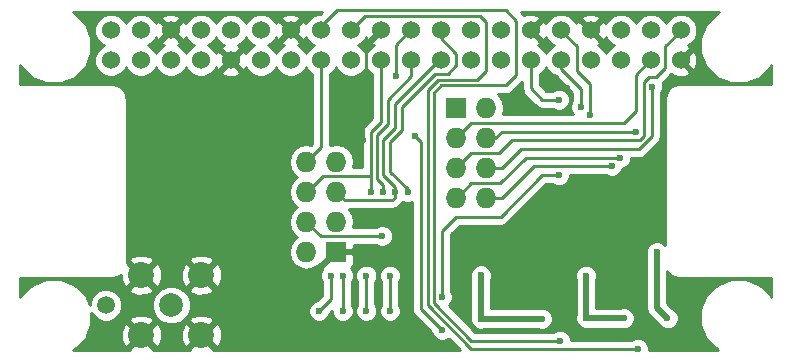
<source format=gbl>
G04 #@! TF.FileFunction,Copper,L2,Bot,Signal*
%FSLAX46Y46*%
G04 Gerber Fmt 4.6, Leading zero omitted, Abs format (unit mm)*
G04 Created by KiCad (PCBNEW 4.0.7) date 10/05/17 15:08:02*
%MOMM*%
%LPD*%
G01*
G04 APERTURE LIST*
%ADD10C,0.100000*%
%ADD11C,1.524000*%
%ADD12O,1.727200X1.727200*%
%ADD13R,1.727200X1.727200*%
%ADD14C,2.200000*%
%ADD15C,2.000000*%
%ADD16C,1.500000*%
%ADD17C,0.600000*%
%ADD18C,0.250000*%
%ADD19C,0.500000*%
%ADD20C,0.254000*%
G04 APERTURE END LIST*
D10*
D11*
X124371100Y-106273600D03*
X124371100Y-103733600D03*
X126911100Y-106273600D03*
X126911100Y-103733600D03*
X129451100Y-106273600D03*
X129451100Y-103733600D03*
X131991100Y-106273600D03*
X131991100Y-103733600D03*
X134531100Y-106273600D03*
X134531100Y-103733600D03*
X137071100Y-106273600D03*
X137071100Y-103733600D03*
X139611100Y-106273600D03*
X139611100Y-103733600D03*
X142151100Y-106273600D03*
X142151100Y-103733600D03*
X144691100Y-106273600D03*
X144691100Y-103733600D03*
X147231100Y-106273600D03*
X147231100Y-103733600D03*
X149771100Y-106273600D03*
X149771100Y-103733600D03*
X152311100Y-106273600D03*
X152311100Y-103733600D03*
X154851100Y-106273600D03*
X154851100Y-103733600D03*
X157391100Y-106273600D03*
X157391100Y-103733600D03*
X159931100Y-106273600D03*
X159931100Y-103733600D03*
X162471100Y-106273600D03*
X162471100Y-103733600D03*
X165011100Y-106273600D03*
X165011100Y-103733600D03*
X167551100Y-106273600D03*
X167551100Y-103733600D03*
X170091100Y-106273600D03*
X170091100Y-103733600D03*
X172631100Y-106273600D03*
X172631100Y-103733600D03*
D12*
X143476000Y-114856000D03*
X140936000Y-114856000D03*
X143476000Y-117396000D03*
X140936000Y-117396000D03*
X143476000Y-119936000D03*
X140936000Y-119936000D03*
D13*
X143476000Y-122476000D03*
D12*
X140936000Y-122476000D03*
D14*
X126960000Y-129540000D03*
X126960000Y-124460000D03*
X132040000Y-124460000D03*
X132040000Y-129540000D03*
D15*
X129500000Y-127000000D03*
D16*
X123950000Y-127000000D03*
D12*
X153624000Y-117944000D03*
X156164000Y-117944000D03*
X153624000Y-115404000D03*
X156164000Y-115404000D03*
X153624000Y-112864000D03*
X156164000Y-112864000D03*
D13*
X153624000Y-110324000D03*
D12*
X156164000Y-110324000D03*
D17*
X152400000Y-129100000D03*
X150100000Y-112700000D03*
X162400000Y-130000000D03*
X169000000Y-130700000D03*
X163000000Y-108600000D03*
X133604000Y-117348000D03*
X140900000Y-126000000D03*
X126000000Y-108600000D03*
X133400000Y-108500000D03*
X131500000Y-115300000D03*
X126800000Y-116100000D03*
X134400000Y-129400000D03*
X145700000Y-113000000D03*
X164600000Y-124500000D03*
X170600000Y-122500000D03*
X171500000Y-128100000D03*
X167800000Y-128100000D03*
X164600000Y-128100000D03*
X160850000Y-128150000D03*
X155700000Y-128150000D03*
X155700000Y-124450000D03*
X146000000Y-127500000D03*
X146000000Y-124500000D03*
X146400000Y-117400000D03*
X144000000Y-127500000D03*
X147400000Y-117400000D03*
X144000000Y-124500000D03*
X148500000Y-107600000D03*
X142000000Y-127500000D03*
X143000000Y-124500000D03*
X148400000Y-117400000D03*
X148000000Y-127500000D03*
X149500000Y-117400000D03*
X148000000Y-124500000D03*
X147350000Y-121150000D03*
X166800000Y-115200000D03*
X167500000Y-114500000D03*
X168800000Y-112300000D03*
X170200000Y-108500000D03*
X162300000Y-116000000D03*
X162300000Y-109600000D03*
X152400000Y-126300000D03*
X164200000Y-110200000D03*
X164900000Y-110900000D03*
D18*
X150600000Y-125000000D02*
X150600000Y-127300000D01*
X150600000Y-127300000D02*
X152400000Y-129100000D01*
X150600000Y-113200000D02*
X150600000Y-113400000D01*
X150100000Y-112700000D02*
X150600000Y-113200000D01*
X150600000Y-113400000D02*
X150600000Y-125000000D01*
X152700000Y-108400000D02*
X152350002Y-108400000D01*
X154900000Y-130000000D02*
X162400000Y-130000000D01*
X151700000Y-126800000D02*
X154900000Y-130000000D01*
X151700000Y-109050002D02*
X151700000Y-126800000D01*
X152350002Y-108400000D02*
X151700000Y-109050002D01*
X157800000Y-108400000D02*
X158700000Y-107500000D01*
X152700000Y-108400000D02*
X157800000Y-108400000D01*
X158700000Y-106400000D02*
X158700000Y-107500000D01*
X158700000Y-106300000D02*
X158700000Y-106400000D01*
X158700000Y-106300000D02*
X158700000Y-105000000D01*
X142151100Y-103348900D02*
X143500000Y-102000000D01*
X158700000Y-102900000D02*
X158700000Y-105000000D01*
X157800000Y-102000000D02*
X158700000Y-102900000D01*
X143500000Y-102000000D02*
X157800000Y-102000000D01*
X142151100Y-103733600D02*
X142151100Y-103348900D01*
X151200000Y-124400000D02*
X151200000Y-127000000D01*
X154900000Y-130700000D02*
X169000000Y-130700000D01*
X151200000Y-127000000D02*
X154900000Y-130700000D01*
X156100000Y-105900000D02*
X156100000Y-107200000D01*
X155400000Y-107900000D02*
X152500000Y-107900000D01*
X156100000Y-107200000D02*
X155400000Y-107900000D01*
X151200000Y-110600000D02*
X151200000Y-108800000D01*
X151200000Y-111400000D02*
X151200000Y-124400000D01*
X151200000Y-110600000D02*
X151200000Y-111400000D01*
X151200000Y-108800000D02*
X152100000Y-107900000D01*
X152100000Y-107900000D02*
X152500000Y-107900000D01*
X144691100Y-103708900D02*
X145900000Y-102500000D01*
X156100000Y-103000000D02*
X156100000Y-105900000D01*
X155600000Y-102500000D02*
X156100000Y-103000000D01*
X145900000Y-102500000D02*
X155600000Y-102500000D01*
X144691100Y-103733600D02*
X144691100Y-103708900D01*
X153624000Y-110324000D02*
X153624000Y-109576000D01*
X143476000Y-122476000D02*
X143424000Y-122476000D01*
D19*
X143424000Y-122476000D02*
X140900000Y-125000000D01*
X140900000Y-125000000D02*
X140900000Y-126000000D01*
D18*
X132500000Y-108500000D02*
X133400000Y-108500000D01*
X147231100Y-103733600D02*
X147231100Y-103868900D01*
X147231100Y-103868900D02*
X146000000Y-105100000D01*
X146000000Y-105100000D02*
X146000000Y-111300000D01*
X146000000Y-111300000D02*
X145700000Y-111600000D01*
X145700000Y-111600000D02*
X145700000Y-113000000D01*
X142151100Y-106273600D02*
X142151100Y-113640900D01*
X142151100Y-113640900D02*
X140936000Y-114856000D01*
D19*
X164600000Y-124500000D02*
X164600000Y-128100000D01*
X170600000Y-127200000D02*
X170600000Y-122500000D01*
X171500000Y-128100000D02*
X170600000Y-127200000D01*
X164600000Y-128100000D02*
X167800000Y-128100000D01*
X155700000Y-128150000D02*
X160850000Y-128150000D01*
X155700000Y-124450000D02*
X155700000Y-128150000D01*
D18*
X146000000Y-124500000D02*
X146000000Y-127500000D01*
X147231100Y-106273600D02*
X147231100Y-111468900D01*
X146400000Y-112300000D02*
X146400000Y-114000000D01*
X147231100Y-111468900D02*
X146400000Y-112300000D01*
X140936000Y-117396000D02*
X141004000Y-117396000D01*
X141004000Y-117396000D02*
X142300000Y-116100000D01*
X142300000Y-116100000D02*
X146400000Y-116100000D01*
X146400000Y-117400000D02*
X146400000Y-116100000D01*
X146400000Y-116100000D02*
X146400000Y-114000000D01*
X144000000Y-124500000D02*
X144000000Y-127500000D01*
X149771100Y-106273600D02*
X149771100Y-107628900D01*
X146900000Y-112600000D02*
X146900000Y-114000000D01*
X147800000Y-111700000D02*
X146900000Y-112600000D01*
X147800000Y-109600000D02*
X147800000Y-111700000D01*
X149771100Y-107628900D02*
X147800000Y-109600000D01*
X147400000Y-116849998D02*
X146900000Y-116349998D01*
X146900000Y-116349998D02*
X146900000Y-114000000D01*
X147400000Y-117400000D02*
X147400000Y-116849998D01*
X149771100Y-103733600D02*
X149716400Y-103733600D01*
X149716400Y-103733600D02*
X148500000Y-104950000D01*
X148500000Y-104950000D02*
X148500000Y-107600000D01*
X143000000Y-126300000D02*
X143000000Y-126500000D01*
X143000000Y-126500000D02*
X142000000Y-127500000D01*
X152311100Y-106273600D02*
X152126400Y-106273600D01*
X152126400Y-106273600D02*
X148400000Y-110000000D01*
X147400000Y-113000000D02*
X147400000Y-114700000D01*
X148400000Y-112000000D02*
X147400000Y-113000000D01*
X148400000Y-110000000D02*
X148400000Y-112000000D01*
X148400000Y-117400000D02*
X148400000Y-117900000D01*
X144180000Y-118100000D02*
X143476000Y-117396000D01*
X148200000Y-118100000D02*
X144180000Y-118100000D01*
X148400000Y-117900000D02*
X148200000Y-118100000D01*
X148400000Y-117400000D02*
X148400000Y-117000000D01*
X147400000Y-116000000D02*
X147400000Y-114700000D01*
X148400000Y-117000000D02*
X147400000Y-116000000D01*
X143000000Y-126300000D02*
X143000000Y-125600000D01*
X143000000Y-124500000D02*
X143000000Y-125600000D01*
X152200000Y-107400000D02*
X152900000Y-107400000D01*
X152900000Y-107400000D02*
X153600000Y-106700000D01*
X153600000Y-106700000D02*
X153600000Y-105700000D01*
X151200000Y-108000000D02*
X151800000Y-107400000D01*
X151800000Y-107400000D02*
X152200000Y-107400000D01*
X153600000Y-106000000D02*
X153600000Y-105700000D01*
X153600000Y-106300000D02*
X153600000Y-106000000D01*
X153600000Y-106300000D02*
X153600000Y-106700000D01*
X153600000Y-105700000D02*
X152311100Y-104411100D01*
X152311100Y-104411100D02*
X152311100Y-103733600D01*
X149000000Y-111600000D02*
X149000000Y-110200000D01*
X149000000Y-110200000D02*
X151200000Y-108000000D01*
X148000000Y-113200000D02*
X148000000Y-114800000D01*
X149000000Y-112200000D02*
X148000000Y-113200000D01*
X149000000Y-111600000D02*
X149000000Y-112200000D01*
X148000000Y-124500000D02*
X148000000Y-127500000D01*
X149500000Y-117400000D02*
X149500000Y-117200000D01*
X149500000Y-117200000D02*
X148000000Y-115700000D01*
X148000000Y-115700000D02*
X148000000Y-114800000D01*
X140936000Y-119936000D02*
X142150000Y-121150000D01*
X144500000Y-121150000D02*
X147350000Y-121150000D01*
X142150000Y-121150000D02*
X144500000Y-121150000D01*
X166800000Y-115200000D02*
X164200000Y-115200000D01*
X156164000Y-117944000D02*
X157456000Y-117944000D01*
X160200000Y-115200000D02*
X164200000Y-115200000D01*
X157456000Y-117944000D02*
X160200000Y-115200000D01*
X153624000Y-117944000D02*
X153656000Y-117944000D01*
X153656000Y-117944000D02*
X154900000Y-116700000D01*
X154900000Y-116700000D02*
X157300000Y-116700000D01*
X157300000Y-116700000D02*
X159500000Y-114500000D01*
X159500000Y-114500000D02*
X167500000Y-114500000D01*
X168800000Y-112300000D02*
X165900000Y-112300000D01*
X165900000Y-112300000D02*
X161900000Y-112300000D01*
X161900000Y-112300000D02*
X157500000Y-112300000D01*
X157500000Y-112300000D02*
X156936000Y-112864000D01*
X156936000Y-112864000D02*
X156164000Y-112864000D01*
X170091100Y-106273600D02*
X170026400Y-106273600D01*
X170026400Y-106273600D02*
X168800000Y-107500000D01*
X168800000Y-110600000D02*
X167800000Y-111600000D01*
X168800000Y-107500000D02*
X168800000Y-110600000D01*
X153624000Y-112864000D02*
X153636000Y-112864000D01*
X153636000Y-112864000D02*
X154900000Y-111600000D01*
X154900000Y-111600000D02*
X167800000Y-111600000D01*
X168700000Y-113800000D02*
X169100000Y-113800000D01*
X170200000Y-112700000D02*
X170200000Y-108500000D01*
X169100000Y-113800000D02*
X170200000Y-112700000D01*
X168700000Y-113800000D02*
X159100000Y-113800000D01*
X159100000Y-113800000D02*
X157496000Y-115404000D01*
X157496000Y-115404000D02*
X156164000Y-115404000D01*
X171300000Y-106500000D02*
X171300000Y-106900000D01*
X169500000Y-108100000D02*
X169500000Y-112700000D01*
X169900000Y-107700000D02*
X169500000Y-108100000D01*
X170500000Y-107700000D02*
X169900000Y-107700000D01*
X171300000Y-106900000D02*
X170500000Y-107700000D01*
X172631100Y-103733600D02*
X172631100Y-103768900D01*
X172631100Y-103768900D02*
X171300000Y-105100000D01*
X171300000Y-105100000D02*
X171300000Y-106500000D01*
X168900000Y-113000000D02*
X169200000Y-113000000D01*
X169200000Y-113000000D02*
X169500000Y-112700000D01*
X153624000Y-115376000D02*
X154900000Y-114100000D01*
X158300000Y-113000000D02*
X168900000Y-113000000D01*
X157200000Y-114100000D02*
X158300000Y-113000000D01*
X154900000Y-114100000D02*
X157200000Y-114100000D01*
X153624000Y-115404000D02*
X153624000Y-115376000D01*
X161900000Y-109600000D02*
X162300000Y-109600000D01*
X162300000Y-116000000D02*
X161800000Y-116000000D01*
X159931100Y-106273600D02*
X159931100Y-108631100D01*
X152400000Y-120700000D02*
X152400000Y-126300000D01*
X153600000Y-119500000D02*
X152400000Y-120700000D01*
X154500000Y-119500000D02*
X153600000Y-119500000D01*
X157400000Y-119500000D02*
X154500000Y-119500000D01*
X160900000Y-116000000D02*
X157400000Y-119500000D01*
X161800000Y-116000000D02*
X160900000Y-116000000D01*
X160900000Y-109600000D02*
X161900000Y-109600000D01*
X159931100Y-108631100D02*
X160900000Y-109600000D01*
X164200000Y-110200000D02*
X164200000Y-108700000D01*
X164200000Y-108700000D02*
X162471100Y-106971100D01*
X162471100Y-106971100D02*
X162471100Y-106273600D01*
X162471100Y-106273600D02*
X162471100Y-106971100D01*
X162471100Y-103733600D02*
X162471100Y-103771100D01*
X162471100Y-103771100D02*
X163800000Y-105100000D01*
X164900000Y-108300000D02*
X164900000Y-110900000D01*
X163800000Y-107200000D02*
X164900000Y-108300000D01*
X163800000Y-105100000D02*
X163800000Y-107200000D01*
D20*
G36*
X175678368Y-102270528D02*
X174771214Y-103176100D01*
X174279660Y-104359893D01*
X174278542Y-105641684D01*
X174768028Y-106826332D01*
X175673600Y-107733486D01*
X176857393Y-108225040D01*
X178139184Y-108226158D01*
X179323832Y-107736672D01*
X180230986Y-106831100D01*
X180290000Y-106688979D01*
X180290000Y-108290000D01*
X172500000Y-108290000D01*
X172431416Y-108303642D01*
X172170145Y-108341702D01*
X171914204Y-108447716D01*
X171914203Y-108447717D01*
X171914200Y-108447718D01*
X171751989Y-108556105D01*
X171648096Y-108660000D01*
X171556105Y-108751990D01*
X171447718Y-108914200D01*
X171447717Y-108914203D01*
X171447716Y-108914204D01*
X171341702Y-109170144D01*
X171303642Y-109361487D01*
X171303642Y-109431416D01*
X171290000Y-109500000D01*
X171290000Y-121867760D01*
X171130327Y-121707808D01*
X170786799Y-121565162D01*
X170414833Y-121564838D01*
X170071057Y-121706883D01*
X169807808Y-121969673D01*
X169665162Y-122313201D01*
X169664838Y-122685167D01*
X169715000Y-122806569D01*
X169715000Y-127199995D01*
X169714999Y-127200000D01*
X169769544Y-127474210D01*
X169782367Y-127538675D01*
X169881340Y-127686799D01*
X169974210Y-127825790D01*
X170657255Y-128508835D01*
X170706883Y-128628943D01*
X170969673Y-128892192D01*
X171313201Y-129034838D01*
X171685167Y-129035162D01*
X172028943Y-128893117D01*
X172292192Y-128630327D01*
X172434838Y-128286799D01*
X172435162Y-127914833D01*
X172293117Y-127571057D01*
X172030327Y-127307808D01*
X171909013Y-127257434D01*
X171485000Y-126833420D01*
X171485000Y-124141596D01*
X171556105Y-124248010D01*
X171605948Y-124297852D01*
X171751989Y-124443895D01*
X171914200Y-124552282D01*
X171914203Y-124552283D01*
X171914204Y-124552284D01*
X172170145Y-124658298D01*
X172361487Y-124696358D01*
X172431416Y-124696358D01*
X172500000Y-124710000D01*
X180290000Y-124710000D01*
X180290000Y-126315982D01*
X180234172Y-126180868D01*
X179328600Y-125273714D01*
X178144807Y-124782160D01*
X176863016Y-124781042D01*
X175678368Y-125270528D01*
X174771214Y-126176100D01*
X174279660Y-127359893D01*
X174278542Y-128641684D01*
X174768028Y-129826332D01*
X175673600Y-130733486D01*
X175809701Y-130790000D01*
X169934922Y-130790000D01*
X169935162Y-130514833D01*
X169793117Y-130171057D01*
X169530327Y-129907808D01*
X169186799Y-129765162D01*
X168814833Y-129764838D01*
X168471057Y-129906883D01*
X168437882Y-129940000D01*
X163335053Y-129940000D01*
X163335162Y-129814833D01*
X163193117Y-129471057D01*
X162930327Y-129207808D01*
X162586799Y-129065162D01*
X162214833Y-129064838D01*
X161871057Y-129206883D01*
X161837882Y-129240000D01*
X155214802Y-129240000D01*
X152998492Y-127023690D01*
X153192192Y-126830327D01*
X153334838Y-126486799D01*
X153335162Y-126114833D01*
X153193117Y-125771057D01*
X153160000Y-125737882D01*
X153160000Y-124635167D01*
X154764838Y-124635167D01*
X154815000Y-124756569D01*
X154815000Y-127843178D01*
X154765162Y-127963201D01*
X154764838Y-128335167D01*
X154906883Y-128678943D01*
X155169673Y-128942192D01*
X155513201Y-129084838D01*
X155885167Y-129085162D01*
X156006569Y-129035000D01*
X160543178Y-129035000D01*
X160663201Y-129084838D01*
X161035167Y-129085162D01*
X161378943Y-128943117D01*
X161642192Y-128680327D01*
X161784838Y-128336799D01*
X161785162Y-127964833D01*
X161643117Y-127621057D01*
X161380327Y-127357808D01*
X161036799Y-127215162D01*
X160664833Y-127214838D01*
X160543431Y-127265000D01*
X156585000Y-127265000D01*
X156585000Y-124756822D01*
X156614753Y-124685167D01*
X163664838Y-124685167D01*
X163715000Y-124806569D01*
X163715000Y-127793178D01*
X163665162Y-127913201D01*
X163664838Y-128285167D01*
X163806883Y-128628943D01*
X164069673Y-128892192D01*
X164413201Y-129034838D01*
X164785167Y-129035162D01*
X164906569Y-128985000D01*
X167493178Y-128985000D01*
X167613201Y-129034838D01*
X167985167Y-129035162D01*
X168328943Y-128893117D01*
X168592192Y-128630327D01*
X168734838Y-128286799D01*
X168735162Y-127914833D01*
X168593117Y-127571057D01*
X168330327Y-127307808D01*
X167986799Y-127165162D01*
X167614833Y-127164838D01*
X167493431Y-127215000D01*
X165485000Y-127215000D01*
X165485000Y-124806822D01*
X165534838Y-124686799D01*
X165535162Y-124314833D01*
X165393117Y-123971057D01*
X165130327Y-123707808D01*
X164786799Y-123565162D01*
X164414833Y-123564838D01*
X164071057Y-123706883D01*
X163807808Y-123969673D01*
X163665162Y-124313201D01*
X163664838Y-124685167D01*
X156614753Y-124685167D01*
X156634838Y-124636799D01*
X156635162Y-124264833D01*
X156493117Y-123921057D01*
X156230327Y-123657808D01*
X155886799Y-123515162D01*
X155514833Y-123514838D01*
X155171057Y-123656883D01*
X154907808Y-123919673D01*
X154765162Y-124263201D01*
X154764838Y-124635167D01*
X153160000Y-124635167D01*
X153160000Y-121014802D01*
X153914802Y-120260000D01*
X157400000Y-120260000D01*
X157690839Y-120202148D01*
X157937401Y-120037401D01*
X161214802Y-116760000D01*
X161737537Y-116760000D01*
X161769673Y-116792192D01*
X162113201Y-116934838D01*
X162485167Y-116935162D01*
X162828943Y-116793117D01*
X163092192Y-116530327D01*
X163234838Y-116186799D01*
X163235036Y-115960000D01*
X166237537Y-115960000D01*
X166269673Y-115992192D01*
X166613201Y-116134838D01*
X166985167Y-116135162D01*
X167328943Y-115993117D01*
X167592192Y-115730327D01*
X167720884Y-115420404D01*
X168028943Y-115293117D01*
X168292192Y-115030327D01*
X168434838Y-114686799D01*
X168434948Y-114560000D01*
X169100000Y-114560000D01*
X169390839Y-114502148D01*
X169637401Y-114337401D01*
X170737401Y-113237401D01*
X170902148Y-112990839D01*
X170960000Y-112700000D01*
X170960000Y-109062463D01*
X170992192Y-109030327D01*
X171134838Y-108686799D01*
X171135162Y-108314833D01*
X171083939Y-108190863D01*
X171837401Y-107437401D01*
X171869410Y-107389496D01*
X171899957Y-107495997D01*
X172423402Y-107682744D01*
X172978468Y-107654962D01*
X173362243Y-107495997D01*
X173431708Y-107253813D01*
X172631100Y-106453205D01*
X172616958Y-106467348D01*
X172437353Y-106287743D01*
X172451495Y-106273600D01*
X172810705Y-106273600D01*
X173611313Y-107074208D01*
X173853497Y-107004743D01*
X174040244Y-106481298D01*
X174012462Y-105926232D01*
X173853497Y-105542457D01*
X173611313Y-105472992D01*
X172810705Y-106273600D01*
X172451495Y-106273600D01*
X172437353Y-106259458D01*
X172616958Y-106079853D01*
X172631100Y-106093995D01*
X173431708Y-105293387D01*
X173362243Y-105051203D01*
X173221782Y-105001091D01*
X173421403Y-104918610D01*
X173814729Y-104525970D01*
X174027857Y-104012700D01*
X174028342Y-103456939D01*
X173816110Y-102943297D01*
X173423470Y-102549971D01*
X172910200Y-102336843D01*
X172354439Y-102336358D01*
X171840797Y-102548590D01*
X171447471Y-102941230D01*
X171361151Y-103149112D01*
X171276110Y-102943297D01*
X170883470Y-102549971D01*
X170370200Y-102336843D01*
X169814439Y-102336358D01*
X169300797Y-102548590D01*
X168907471Y-102941230D01*
X168821151Y-103149112D01*
X168736110Y-102943297D01*
X168343470Y-102549971D01*
X167830200Y-102336843D01*
X167274439Y-102336358D01*
X166760797Y-102548590D01*
X166367471Y-102941230D01*
X166287705Y-103133327D01*
X166233497Y-103002457D01*
X165991313Y-102932992D01*
X165190705Y-103733600D01*
X165991313Y-104534208D01*
X166233497Y-104464743D01*
X166283609Y-104324282D01*
X166366090Y-104523903D01*
X166758730Y-104917229D01*
X166966612Y-105003549D01*
X166760797Y-105088590D01*
X166367471Y-105481230D01*
X166281151Y-105689112D01*
X166196110Y-105483297D01*
X165803470Y-105089971D01*
X165611373Y-105010205D01*
X165742243Y-104955997D01*
X165811708Y-104713813D01*
X165011100Y-103913205D01*
X164996958Y-103927348D01*
X164817353Y-103747743D01*
X164831495Y-103733600D01*
X164030887Y-102932992D01*
X163788703Y-103002457D01*
X163738591Y-103142918D01*
X163656110Y-102943297D01*
X163466532Y-102753387D01*
X164210492Y-102753387D01*
X165011100Y-103553995D01*
X165811708Y-102753387D01*
X165742243Y-102511203D01*
X165218798Y-102324456D01*
X164663732Y-102352238D01*
X164279957Y-102511203D01*
X164210492Y-102753387D01*
X163466532Y-102753387D01*
X163263470Y-102549971D01*
X162750200Y-102336843D01*
X162194439Y-102336358D01*
X161680797Y-102548590D01*
X161287471Y-102941230D01*
X161207705Y-103133327D01*
X161153497Y-103002457D01*
X160911313Y-102932992D01*
X160110705Y-103733600D01*
X160911313Y-104534208D01*
X161153497Y-104464743D01*
X161203609Y-104324282D01*
X161286090Y-104523903D01*
X161678730Y-104917229D01*
X161886612Y-105003549D01*
X161680797Y-105088590D01*
X161287471Y-105481230D01*
X161201151Y-105689112D01*
X161116110Y-105483297D01*
X160723470Y-105089971D01*
X160531373Y-105010205D01*
X160662243Y-104955997D01*
X160731708Y-104713813D01*
X159931100Y-103913205D01*
X159916958Y-103927348D01*
X159737353Y-103747743D01*
X159751495Y-103733600D01*
X159737353Y-103719458D01*
X159916958Y-103539853D01*
X159931100Y-103553995D01*
X160731708Y-102753387D01*
X160662243Y-102511203D01*
X160138798Y-102324456D01*
X159583732Y-102352238D01*
X159307054Y-102466842D01*
X159237401Y-102362599D01*
X159084802Y-102210000D01*
X175824857Y-102210000D01*
X175678368Y-102270528D01*
X175678368Y-102270528D01*
G37*
X175678368Y-102270528D02*
X174771214Y-103176100D01*
X174279660Y-104359893D01*
X174278542Y-105641684D01*
X174768028Y-106826332D01*
X175673600Y-107733486D01*
X176857393Y-108225040D01*
X178139184Y-108226158D01*
X179323832Y-107736672D01*
X180230986Y-106831100D01*
X180290000Y-106688979D01*
X180290000Y-108290000D01*
X172500000Y-108290000D01*
X172431416Y-108303642D01*
X172170145Y-108341702D01*
X171914204Y-108447716D01*
X171914203Y-108447717D01*
X171914200Y-108447718D01*
X171751989Y-108556105D01*
X171648096Y-108660000D01*
X171556105Y-108751990D01*
X171447718Y-108914200D01*
X171447717Y-108914203D01*
X171447716Y-108914204D01*
X171341702Y-109170144D01*
X171303642Y-109361487D01*
X171303642Y-109431416D01*
X171290000Y-109500000D01*
X171290000Y-121867760D01*
X171130327Y-121707808D01*
X170786799Y-121565162D01*
X170414833Y-121564838D01*
X170071057Y-121706883D01*
X169807808Y-121969673D01*
X169665162Y-122313201D01*
X169664838Y-122685167D01*
X169715000Y-122806569D01*
X169715000Y-127199995D01*
X169714999Y-127200000D01*
X169769544Y-127474210D01*
X169782367Y-127538675D01*
X169881340Y-127686799D01*
X169974210Y-127825790D01*
X170657255Y-128508835D01*
X170706883Y-128628943D01*
X170969673Y-128892192D01*
X171313201Y-129034838D01*
X171685167Y-129035162D01*
X172028943Y-128893117D01*
X172292192Y-128630327D01*
X172434838Y-128286799D01*
X172435162Y-127914833D01*
X172293117Y-127571057D01*
X172030327Y-127307808D01*
X171909013Y-127257434D01*
X171485000Y-126833420D01*
X171485000Y-124141596D01*
X171556105Y-124248010D01*
X171605948Y-124297852D01*
X171751989Y-124443895D01*
X171914200Y-124552282D01*
X171914203Y-124552283D01*
X171914204Y-124552284D01*
X172170145Y-124658298D01*
X172361487Y-124696358D01*
X172431416Y-124696358D01*
X172500000Y-124710000D01*
X180290000Y-124710000D01*
X180290000Y-126315982D01*
X180234172Y-126180868D01*
X179328600Y-125273714D01*
X178144807Y-124782160D01*
X176863016Y-124781042D01*
X175678368Y-125270528D01*
X174771214Y-126176100D01*
X174279660Y-127359893D01*
X174278542Y-128641684D01*
X174768028Y-129826332D01*
X175673600Y-130733486D01*
X175809701Y-130790000D01*
X169934922Y-130790000D01*
X169935162Y-130514833D01*
X169793117Y-130171057D01*
X169530327Y-129907808D01*
X169186799Y-129765162D01*
X168814833Y-129764838D01*
X168471057Y-129906883D01*
X168437882Y-129940000D01*
X163335053Y-129940000D01*
X163335162Y-129814833D01*
X163193117Y-129471057D01*
X162930327Y-129207808D01*
X162586799Y-129065162D01*
X162214833Y-129064838D01*
X161871057Y-129206883D01*
X161837882Y-129240000D01*
X155214802Y-129240000D01*
X152998492Y-127023690D01*
X153192192Y-126830327D01*
X153334838Y-126486799D01*
X153335162Y-126114833D01*
X153193117Y-125771057D01*
X153160000Y-125737882D01*
X153160000Y-124635167D01*
X154764838Y-124635167D01*
X154815000Y-124756569D01*
X154815000Y-127843178D01*
X154765162Y-127963201D01*
X154764838Y-128335167D01*
X154906883Y-128678943D01*
X155169673Y-128942192D01*
X155513201Y-129084838D01*
X155885167Y-129085162D01*
X156006569Y-129035000D01*
X160543178Y-129035000D01*
X160663201Y-129084838D01*
X161035167Y-129085162D01*
X161378943Y-128943117D01*
X161642192Y-128680327D01*
X161784838Y-128336799D01*
X161785162Y-127964833D01*
X161643117Y-127621057D01*
X161380327Y-127357808D01*
X161036799Y-127215162D01*
X160664833Y-127214838D01*
X160543431Y-127265000D01*
X156585000Y-127265000D01*
X156585000Y-124756822D01*
X156614753Y-124685167D01*
X163664838Y-124685167D01*
X163715000Y-124806569D01*
X163715000Y-127793178D01*
X163665162Y-127913201D01*
X163664838Y-128285167D01*
X163806883Y-128628943D01*
X164069673Y-128892192D01*
X164413201Y-129034838D01*
X164785167Y-129035162D01*
X164906569Y-128985000D01*
X167493178Y-128985000D01*
X167613201Y-129034838D01*
X167985167Y-129035162D01*
X168328943Y-128893117D01*
X168592192Y-128630327D01*
X168734838Y-128286799D01*
X168735162Y-127914833D01*
X168593117Y-127571057D01*
X168330327Y-127307808D01*
X167986799Y-127165162D01*
X167614833Y-127164838D01*
X167493431Y-127215000D01*
X165485000Y-127215000D01*
X165485000Y-124806822D01*
X165534838Y-124686799D01*
X165535162Y-124314833D01*
X165393117Y-123971057D01*
X165130327Y-123707808D01*
X164786799Y-123565162D01*
X164414833Y-123564838D01*
X164071057Y-123706883D01*
X163807808Y-123969673D01*
X163665162Y-124313201D01*
X163664838Y-124685167D01*
X156614753Y-124685167D01*
X156634838Y-124636799D01*
X156635162Y-124264833D01*
X156493117Y-123921057D01*
X156230327Y-123657808D01*
X155886799Y-123515162D01*
X155514833Y-123514838D01*
X155171057Y-123656883D01*
X154907808Y-123919673D01*
X154765162Y-124263201D01*
X154764838Y-124635167D01*
X153160000Y-124635167D01*
X153160000Y-121014802D01*
X153914802Y-120260000D01*
X157400000Y-120260000D01*
X157690839Y-120202148D01*
X157937401Y-120037401D01*
X161214802Y-116760000D01*
X161737537Y-116760000D01*
X161769673Y-116792192D01*
X162113201Y-116934838D01*
X162485167Y-116935162D01*
X162828943Y-116793117D01*
X163092192Y-116530327D01*
X163234838Y-116186799D01*
X163235036Y-115960000D01*
X166237537Y-115960000D01*
X166269673Y-115992192D01*
X166613201Y-116134838D01*
X166985167Y-116135162D01*
X167328943Y-115993117D01*
X167592192Y-115730327D01*
X167720884Y-115420404D01*
X168028943Y-115293117D01*
X168292192Y-115030327D01*
X168434838Y-114686799D01*
X168434948Y-114560000D01*
X169100000Y-114560000D01*
X169390839Y-114502148D01*
X169637401Y-114337401D01*
X170737401Y-113237401D01*
X170902148Y-112990839D01*
X170960000Y-112700000D01*
X170960000Y-109062463D01*
X170992192Y-109030327D01*
X171134838Y-108686799D01*
X171135162Y-108314833D01*
X171083939Y-108190863D01*
X171837401Y-107437401D01*
X171869410Y-107389496D01*
X171899957Y-107495997D01*
X172423402Y-107682744D01*
X172978468Y-107654962D01*
X173362243Y-107495997D01*
X173431708Y-107253813D01*
X172631100Y-106453205D01*
X172616958Y-106467348D01*
X172437353Y-106287743D01*
X172451495Y-106273600D01*
X172810705Y-106273600D01*
X173611313Y-107074208D01*
X173853497Y-107004743D01*
X174040244Y-106481298D01*
X174012462Y-105926232D01*
X173853497Y-105542457D01*
X173611313Y-105472992D01*
X172810705Y-106273600D01*
X172451495Y-106273600D01*
X172437353Y-106259458D01*
X172616958Y-106079853D01*
X172631100Y-106093995D01*
X173431708Y-105293387D01*
X173362243Y-105051203D01*
X173221782Y-105001091D01*
X173421403Y-104918610D01*
X173814729Y-104525970D01*
X174027857Y-104012700D01*
X174028342Y-103456939D01*
X173816110Y-102943297D01*
X173423470Y-102549971D01*
X172910200Y-102336843D01*
X172354439Y-102336358D01*
X171840797Y-102548590D01*
X171447471Y-102941230D01*
X171361151Y-103149112D01*
X171276110Y-102943297D01*
X170883470Y-102549971D01*
X170370200Y-102336843D01*
X169814439Y-102336358D01*
X169300797Y-102548590D01*
X168907471Y-102941230D01*
X168821151Y-103149112D01*
X168736110Y-102943297D01*
X168343470Y-102549971D01*
X167830200Y-102336843D01*
X167274439Y-102336358D01*
X166760797Y-102548590D01*
X166367471Y-102941230D01*
X166287705Y-103133327D01*
X166233497Y-103002457D01*
X165991313Y-102932992D01*
X165190705Y-103733600D01*
X165991313Y-104534208D01*
X166233497Y-104464743D01*
X166283609Y-104324282D01*
X166366090Y-104523903D01*
X166758730Y-104917229D01*
X166966612Y-105003549D01*
X166760797Y-105088590D01*
X166367471Y-105481230D01*
X166281151Y-105689112D01*
X166196110Y-105483297D01*
X165803470Y-105089971D01*
X165611373Y-105010205D01*
X165742243Y-104955997D01*
X165811708Y-104713813D01*
X165011100Y-103913205D01*
X164996958Y-103927348D01*
X164817353Y-103747743D01*
X164831495Y-103733600D01*
X164030887Y-102932992D01*
X163788703Y-103002457D01*
X163738591Y-103142918D01*
X163656110Y-102943297D01*
X163466532Y-102753387D01*
X164210492Y-102753387D01*
X165011100Y-103553995D01*
X165811708Y-102753387D01*
X165742243Y-102511203D01*
X165218798Y-102324456D01*
X164663732Y-102352238D01*
X164279957Y-102511203D01*
X164210492Y-102753387D01*
X163466532Y-102753387D01*
X163263470Y-102549971D01*
X162750200Y-102336843D01*
X162194439Y-102336358D01*
X161680797Y-102548590D01*
X161287471Y-102941230D01*
X161207705Y-103133327D01*
X161153497Y-103002457D01*
X160911313Y-102932992D01*
X160110705Y-103733600D01*
X160911313Y-104534208D01*
X161153497Y-104464743D01*
X161203609Y-104324282D01*
X161286090Y-104523903D01*
X161678730Y-104917229D01*
X161886612Y-105003549D01*
X161680797Y-105088590D01*
X161287471Y-105481230D01*
X161201151Y-105689112D01*
X161116110Y-105483297D01*
X160723470Y-105089971D01*
X160531373Y-105010205D01*
X160662243Y-104955997D01*
X160731708Y-104713813D01*
X159931100Y-103913205D01*
X159916958Y-103927348D01*
X159737353Y-103747743D01*
X159751495Y-103733600D01*
X159737353Y-103719458D01*
X159916958Y-103539853D01*
X159931100Y-103553995D01*
X160731708Y-102753387D01*
X160662243Y-102511203D01*
X160138798Y-102324456D01*
X159583732Y-102352238D01*
X159307054Y-102466842D01*
X159237401Y-102362599D01*
X159084802Y-102210000D01*
X175824857Y-102210000D01*
X175678368Y-102270528D01*
G36*
X142088653Y-102336545D02*
X141874439Y-102336358D01*
X141360797Y-102548590D01*
X140967471Y-102941230D01*
X140887705Y-103133327D01*
X140833497Y-103002457D01*
X140591313Y-102932992D01*
X139790705Y-103733600D01*
X140591313Y-104534208D01*
X140833497Y-104464743D01*
X140883609Y-104324282D01*
X140966090Y-104523903D01*
X141358730Y-104917229D01*
X141566612Y-105003549D01*
X141360797Y-105088590D01*
X140967471Y-105481230D01*
X140881151Y-105689112D01*
X140796110Y-105483297D01*
X140403470Y-105089971D01*
X140211373Y-105010205D01*
X140342243Y-104955997D01*
X140411708Y-104713813D01*
X139611100Y-103913205D01*
X138810492Y-104713813D01*
X138879957Y-104955997D01*
X139020418Y-105006109D01*
X138820797Y-105088590D01*
X138427471Y-105481230D01*
X138341151Y-105689112D01*
X138256110Y-105483297D01*
X137863470Y-105089971D01*
X137655588Y-105003651D01*
X137861403Y-104918610D01*
X138254729Y-104525970D01*
X138334495Y-104333873D01*
X138388703Y-104464743D01*
X138630887Y-104534208D01*
X139431495Y-103733600D01*
X138630887Y-102932992D01*
X138388703Y-103002457D01*
X138338591Y-103142918D01*
X138256110Y-102943297D01*
X138066532Y-102753387D01*
X138810492Y-102753387D01*
X139611100Y-103553995D01*
X140411708Y-102753387D01*
X140342243Y-102511203D01*
X139818798Y-102324456D01*
X139263732Y-102352238D01*
X138879957Y-102511203D01*
X138810492Y-102753387D01*
X138066532Y-102753387D01*
X137863470Y-102549971D01*
X137350200Y-102336843D01*
X136794439Y-102336358D01*
X136280797Y-102548590D01*
X135887471Y-102941230D01*
X135801151Y-103149112D01*
X135716110Y-102943297D01*
X135323470Y-102549971D01*
X134810200Y-102336843D01*
X134254439Y-102336358D01*
X133740797Y-102548590D01*
X133347471Y-102941230D01*
X133261151Y-103149112D01*
X133176110Y-102943297D01*
X132783470Y-102549971D01*
X132270200Y-102336843D01*
X131714439Y-102336358D01*
X131200797Y-102548590D01*
X130807471Y-102941230D01*
X130727705Y-103133327D01*
X130673497Y-103002457D01*
X130431313Y-102932992D01*
X129630705Y-103733600D01*
X130431313Y-104534208D01*
X130673497Y-104464743D01*
X130723609Y-104324282D01*
X130806090Y-104523903D01*
X131198730Y-104917229D01*
X131406612Y-105003549D01*
X131200797Y-105088590D01*
X130807471Y-105481230D01*
X130721151Y-105689112D01*
X130636110Y-105483297D01*
X130243470Y-105089971D01*
X130051373Y-105010205D01*
X130182243Y-104955997D01*
X130251708Y-104713813D01*
X129451100Y-103913205D01*
X128650492Y-104713813D01*
X128719957Y-104955997D01*
X128860418Y-105006109D01*
X128660797Y-105088590D01*
X128267471Y-105481230D01*
X128181151Y-105689112D01*
X128096110Y-105483297D01*
X127703470Y-105089971D01*
X127495588Y-105003651D01*
X127701403Y-104918610D01*
X128094729Y-104525970D01*
X128174495Y-104333873D01*
X128228703Y-104464743D01*
X128470887Y-104534208D01*
X129271495Y-103733600D01*
X128470887Y-102932992D01*
X128228703Y-103002457D01*
X128178591Y-103142918D01*
X128096110Y-102943297D01*
X127906532Y-102753387D01*
X128650492Y-102753387D01*
X129451100Y-103553995D01*
X130251708Y-102753387D01*
X130182243Y-102511203D01*
X129658798Y-102324456D01*
X129103732Y-102352238D01*
X128719957Y-102511203D01*
X128650492Y-102753387D01*
X127906532Y-102753387D01*
X127703470Y-102549971D01*
X127190200Y-102336843D01*
X126634439Y-102336358D01*
X126120797Y-102548590D01*
X125727471Y-102941230D01*
X125641151Y-103149112D01*
X125556110Y-102943297D01*
X125163470Y-102549971D01*
X124650200Y-102336843D01*
X124094439Y-102336358D01*
X123580797Y-102548590D01*
X123187471Y-102941230D01*
X122974343Y-103454500D01*
X122973858Y-104010261D01*
X123186090Y-104523903D01*
X123578730Y-104917229D01*
X123786612Y-105003549D01*
X123580797Y-105088590D01*
X123187471Y-105481230D01*
X122974343Y-105994500D01*
X122973858Y-106550261D01*
X123186090Y-107063903D01*
X123578730Y-107457229D01*
X124092000Y-107670357D01*
X124647761Y-107670842D01*
X125161403Y-107458610D01*
X125554729Y-107065970D01*
X125641049Y-106858088D01*
X125726090Y-107063903D01*
X126118730Y-107457229D01*
X126632000Y-107670357D01*
X127187761Y-107670842D01*
X127701403Y-107458610D01*
X128094729Y-107065970D01*
X128181049Y-106858088D01*
X128266090Y-107063903D01*
X128658730Y-107457229D01*
X129172000Y-107670357D01*
X129727761Y-107670842D01*
X130241403Y-107458610D01*
X130634729Y-107065970D01*
X130721049Y-106858088D01*
X130806090Y-107063903D01*
X131198730Y-107457229D01*
X131712000Y-107670357D01*
X132267761Y-107670842D01*
X132781403Y-107458610D01*
X132986557Y-107253813D01*
X133730492Y-107253813D01*
X133799957Y-107495997D01*
X134323402Y-107682744D01*
X134878468Y-107654962D01*
X135262243Y-107495997D01*
X135331708Y-107253813D01*
X134531100Y-106453205D01*
X133730492Y-107253813D01*
X132986557Y-107253813D01*
X133174729Y-107065970D01*
X133254495Y-106873873D01*
X133308703Y-107004743D01*
X133550887Y-107074208D01*
X134351495Y-106273600D01*
X133550887Y-105472992D01*
X133308703Y-105542457D01*
X133258591Y-105682918D01*
X133176110Y-105483297D01*
X132783470Y-105089971D01*
X132575588Y-105003651D01*
X132781403Y-104918610D01*
X133174729Y-104525970D01*
X133261049Y-104318088D01*
X133346090Y-104523903D01*
X133738730Y-104917229D01*
X133930827Y-104996995D01*
X133799957Y-105051203D01*
X133730492Y-105293387D01*
X134531100Y-106093995D01*
X135331708Y-105293387D01*
X135262243Y-105051203D01*
X135121782Y-105001091D01*
X135321403Y-104918610D01*
X135714729Y-104525970D01*
X135801049Y-104318088D01*
X135886090Y-104523903D01*
X136278730Y-104917229D01*
X136486612Y-105003549D01*
X136280797Y-105088590D01*
X135887471Y-105481230D01*
X135807705Y-105673327D01*
X135753497Y-105542457D01*
X135511313Y-105472992D01*
X134710705Y-106273600D01*
X135511313Y-107074208D01*
X135753497Y-107004743D01*
X135803609Y-106864282D01*
X135886090Y-107063903D01*
X136278730Y-107457229D01*
X136792000Y-107670357D01*
X137347761Y-107670842D01*
X137861403Y-107458610D01*
X138254729Y-107065970D01*
X138341049Y-106858088D01*
X138426090Y-107063903D01*
X138818730Y-107457229D01*
X139332000Y-107670357D01*
X139887761Y-107670842D01*
X140401403Y-107458610D01*
X140794729Y-107065970D01*
X140881049Y-106858088D01*
X140966090Y-107063903D01*
X141358730Y-107457229D01*
X141391100Y-107470670D01*
X141391100Y-113326098D01*
X141313973Y-113403225D01*
X140936000Y-113328041D01*
X140362511Y-113442115D01*
X139876330Y-113766971D01*
X139551474Y-114253152D01*
X139437400Y-114826641D01*
X139437400Y-114885359D01*
X139551474Y-115458848D01*
X139876330Y-115945029D01*
X140147172Y-116126000D01*
X139876330Y-116306971D01*
X139551474Y-116793152D01*
X139437400Y-117366641D01*
X139437400Y-117425359D01*
X139551474Y-117998848D01*
X139876330Y-118485029D01*
X140147172Y-118666000D01*
X139876330Y-118846971D01*
X139551474Y-119333152D01*
X139437400Y-119906641D01*
X139437400Y-119965359D01*
X139551474Y-120538848D01*
X139876330Y-121025029D01*
X140147172Y-121206000D01*
X139876330Y-121386971D01*
X139551474Y-121873152D01*
X139437400Y-122446641D01*
X139437400Y-122505359D01*
X139551474Y-123078848D01*
X139876330Y-123565029D01*
X140362511Y-123889885D01*
X140936000Y-124003959D01*
X141509489Y-123889885D01*
X141995670Y-123565029D01*
X142009737Y-123543977D01*
X142074073Y-123699298D01*
X142252701Y-123877927D01*
X142285927Y-123891690D01*
X142207808Y-123969673D01*
X142065162Y-124313201D01*
X142064838Y-124685167D01*
X142206883Y-125028943D01*
X142240000Y-125062118D01*
X142240000Y-126185198D01*
X141860320Y-126564878D01*
X141814833Y-126564838D01*
X141471057Y-126706883D01*
X141207808Y-126969673D01*
X141065162Y-127313201D01*
X141064838Y-127685167D01*
X141206883Y-128028943D01*
X141469673Y-128292192D01*
X141813201Y-128434838D01*
X142185167Y-128435162D01*
X142528943Y-128293117D01*
X142792192Y-128030327D01*
X142934838Y-127686799D01*
X142934879Y-127639923D01*
X143064991Y-127509811D01*
X143064838Y-127685167D01*
X143206883Y-128028943D01*
X143469673Y-128292192D01*
X143813201Y-128434838D01*
X144185167Y-128435162D01*
X144528943Y-128293117D01*
X144792192Y-128030327D01*
X144934838Y-127686799D01*
X144935162Y-127314833D01*
X144793117Y-126971057D01*
X144760000Y-126937882D01*
X144760000Y-125062463D01*
X144792192Y-125030327D01*
X144934838Y-124686799D01*
X144934839Y-124685167D01*
X145064838Y-124685167D01*
X145206883Y-125028943D01*
X145240000Y-125062118D01*
X145240000Y-126937537D01*
X145207808Y-126969673D01*
X145065162Y-127313201D01*
X145064838Y-127685167D01*
X145206883Y-128028943D01*
X145469673Y-128292192D01*
X145813201Y-128434838D01*
X146185167Y-128435162D01*
X146528943Y-128293117D01*
X146792192Y-128030327D01*
X146934838Y-127686799D01*
X146935162Y-127314833D01*
X146793117Y-126971057D01*
X146760000Y-126937882D01*
X146760000Y-125062463D01*
X146792192Y-125030327D01*
X146934838Y-124686799D01*
X146934839Y-124685167D01*
X147064838Y-124685167D01*
X147206883Y-125028943D01*
X147240000Y-125062118D01*
X147240000Y-126937537D01*
X147207808Y-126969673D01*
X147065162Y-127313201D01*
X147064838Y-127685167D01*
X147206883Y-128028943D01*
X147469673Y-128292192D01*
X147813201Y-128434838D01*
X148185167Y-128435162D01*
X148528943Y-128293117D01*
X148792192Y-128030327D01*
X148934838Y-127686799D01*
X148935162Y-127314833D01*
X148793117Y-126971057D01*
X148760000Y-126937882D01*
X148760000Y-125062463D01*
X148792192Y-125030327D01*
X148934838Y-124686799D01*
X148935162Y-124314833D01*
X148793117Y-123971057D01*
X148530327Y-123707808D01*
X148186799Y-123565162D01*
X147814833Y-123564838D01*
X147471057Y-123706883D01*
X147207808Y-123969673D01*
X147065162Y-124313201D01*
X147064838Y-124685167D01*
X146934839Y-124685167D01*
X146935162Y-124314833D01*
X146793117Y-123971057D01*
X146530327Y-123707808D01*
X146186799Y-123565162D01*
X145814833Y-123564838D01*
X145471057Y-123706883D01*
X145207808Y-123969673D01*
X145065162Y-124313201D01*
X145064838Y-124685167D01*
X144934839Y-124685167D01*
X144935162Y-124314833D01*
X144793117Y-123971057D01*
X144699725Y-123877501D01*
X144877927Y-123699298D01*
X144974600Y-123465909D01*
X144974600Y-122761750D01*
X144815850Y-122603000D01*
X143603000Y-122603000D01*
X143603000Y-122623000D01*
X143349000Y-122623000D01*
X143349000Y-122603000D01*
X143329000Y-122603000D01*
X143329000Y-122349000D01*
X143349000Y-122349000D01*
X143349000Y-122329000D01*
X143603000Y-122329000D01*
X143603000Y-122349000D01*
X144815850Y-122349000D01*
X144974600Y-122190250D01*
X144974600Y-121910000D01*
X146787537Y-121910000D01*
X146819673Y-121942192D01*
X147163201Y-122084838D01*
X147535167Y-122085162D01*
X147878943Y-121943117D01*
X148142192Y-121680327D01*
X148284838Y-121336799D01*
X148285162Y-120964833D01*
X148143117Y-120621057D01*
X147880327Y-120357808D01*
X147536799Y-120215162D01*
X147164833Y-120214838D01*
X146821057Y-120356883D01*
X146787882Y-120390000D01*
X144890134Y-120390000D01*
X144974600Y-119965359D01*
X144974600Y-119906641D01*
X144860526Y-119333152D01*
X144544376Y-118860000D01*
X148200000Y-118860000D01*
X148490839Y-118802148D01*
X148737401Y-118637401D01*
X148937401Y-118437401D01*
X149072668Y-118234959D01*
X149313201Y-118334838D01*
X149685167Y-118335162D01*
X149840000Y-118271186D01*
X149840000Y-127300000D01*
X149897852Y-127590839D01*
X150062599Y-127837401D01*
X151464878Y-129239680D01*
X151464838Y-129285167D01*
X151606883Y-129628943D01*
X151869673Y-129892192D01*
X152213201Y-130034838D01*
X152585167Y-130035162D01*
X152928943Y-129893117D01*
X152973668Y-129848470D01*
X153915198Y-130790000D01*
X133075209Y-130790000D01*
X133085263Y-130764868D01*
X132040000Y-129719605D01*
X130994737Y-130764868D01*
X131004791Y-130790000D01*
X127995209Y-130790000D01*
X128005263Y-130764868D01*
X126960000Y-129719605D01*
X125914737Y-130764868D01*
X125924791Y-130790000D01*
X121194768Y-130790000D01*
X121323832Y-130736672D01*
X122230986Y-129831100D01*
X122471618Y-129251593D01*
X125214677Y-129251593D01*
X125237164Y-129941453D01*
X125457901Y-130474359D01*
X125735132Y-130585263D01*
X126780395Y-129540000D01*
X127139605Y-129540000D01*
X128184868Y-130585263D01*
X128462099Y-130474359D01*
X128705323Y-129828407D01*
X128686521Y-129251593D01*
X130294677Y-129251593D01*
X130317164Y-129941453D01*
X130537901Y-130474359D01*
X130815132Y-130585263D01*
X131860395Y-129540000D01*
X132219605Y-129540000D01*
X133264868Y-130585263D01*
X133542099Y-130474359D01*
X133785323Y-129828407D01*
X133762836Y-129138547D01*
X133542099Y-128605641D01*
X133264868Y-128494737D01*
X132219605Y-129540000D01*
X131860395Y-129540000D01*
X130815132Y-128494737D01*
X130537901Y-128605641D01*
X130294677Y-129251593D01*
X128686521Y-129251593D01*
X128682836Y-129138547D01*
X128462099Y-128605641D01*
X128184868Y-128494737D01*
X127139605Y-129540000D01*
X126780395Y-129540000D01*
X125735132Y-128494737D01*
X125457901Y-128605641D01*
X125214677Y-129251593D01*
X122471618Y-129251593D01*
X122722540Y-128647307D01*
X122723403Y-127658231D01*
X122775169Y-127783515D01*
X123164436Y-128173461D01*
X123673298Y-128384759D01*
X124224285Y-128385240D01*
X124393959Y-128315132D01*
X125914737Y-128315132D01*
X126960000Y-129360395D01*
X128005263Y-128315132D01*
X127894359Y-128037901D01*
X127248407Y-127794677D01*
X126558547Y-127817164D01*
X126025641Y-128037901D01*
X125914737Y-128315132D01*
X124393959Y-128315132D01*
X124733515Y-128174831D01*
X125123461Y-127785564D01*
X125315204Y-127323795D01*
X127864716Y-127323795D01*
X128113106Y-127924943D01*
X128572637Y-128385278D01*
X129173352Y-128634716D01*
X129823795Y-128635284D01*
X130424943Y-128386894D01*
X130496830Y-128315132D01*
X130994737Y-128315132D01*
X132040000Y-129360395D01*
X133085263Y-128315132D01*
X132974359Y-128037901D01*
X132328407Y-127794677D01*
X131638547Y-127817164D01*
X131105641Y-128037901D01*
X130994737Y-128315132D01*
X130496830Y-128315132D01*
X130885278Y-127927363D01*
X131134716Y-127326648D01*
X131135284Y-126676205D01*
X130886894Y-126075057D01*
X130497387Y-125684868D01*
X130994737Y-125684868D01*
X131105641Y-125962099D01*
X131751593Y-126205323D01*
X132441453Y-126182836D01*
X132974359Y-125962099D01*
X133085263Y-125684868D01*
X132040000Y-124639605D01*
X130994737Y-125684868D01*
X130497387Y-125684868D01*
X130427363Y-125614722D01*
X129826648Y-125365284D01*
X129176205Y-125364716D01*
X128575057Y-125613106D01*
X128114722Y-126072637D01*
X127865284Y-126673352D01*
X127864716Y-127323795D01*
X125315204Y-127323795D01*
X125334759Y-127276702D01*
X125335240Y-126725715D01*
X125124831Y-126216485D01*
X124735564Y-125826539D01*
X124394383Y-125684868D01*
X125914737Y-125684868D01*
X126025641Y-125962099D01*
X126671593Y-126205323D01*
X127361453Y-126182836D01*
X127894359Y-125962099D01*
X128005263Y-125684868D01*
X126960000Y-124639605D01*
X125914737Y-125684868D01*
X124394383Y-125684868D01*
X124226702Y-125615241D01*
X123675715Y-125614760D01*
X123166485Y-125825169D01*
X122776539Y-126214436D01*
X122565241Y-126723298D01*
X122565016Y-126981571D01*
X122234172Y-126180868D01*
X121328600Y-125273714D01*
X120144807Y-124782160D01*
X118863016Y-124781042D01*
X117678368Y-125270528D01*
X116771214Y-126176100D01*
X116710000Y-126323520D01*
X116710000Y-124710000D01*
X124500000Y-124710000D01*
X124568584Y-124696358D01*
X124638513Y-124696358D01*
X124829856Y-124658298D01*
X125085796Y-124552284D01*
X125085797Y-124552283D01*
X125085800Y-124552282D01*
X125224074Y-124459889D01*
X125237164Y-124861453D01*
X125457901Y-125394359D01*
X125735132Y-125505263D01*
X126780395Y-124460000D01*
X127139605Y-124460000D01*
X128184868Y-125505263D01*
X128462099Y-125394359D01*
X128705323Y-124748407D01*
X128686521Y-124171593D01*
X130294677Y-124171593D01*
X130317164Y-124861453D01*
X130537901Y-125394359D01*
X130815132Y-125505263D01*
X131860395Y-124460000D01*
X132219605Y-124460000D01*
X133264868Y-125505263D01*
X133542099Y-125394359D01*
X133785323Y-124748407D01*
X133762836Y-124058547D01*
X133542099Y-123525641D01*
X133264868Y-123414737D01*
X132219605Y-124460000D01*
X131860395Y-124460000D01*
X130815132Y-123414737D01*
X130537901Y-123525641D01*
X130294677Y-124171593D01*
X128686521Y-124171593D01*
X128682836Y-124058547D01*
X128462099Y-123525641D01*
X128184868Y-123414737D01*
X127139605Y-124460000D01*
X126780395Y-124460000D01*
X125735132Y-123414737D01*
X125710000Y-123424791D01*
X125710000Y-123235132D01*
X125914737Y-123235132D01*
X126960000Y-124280395D01*
X128005263Y-123235132D01*
X130994737Y-123235132D01*
X132040000Y-124280395D01*
X133085263Y-123235132D01*
X132974359Y-122957901D01*
X132328407Y-122714677D01*
X131638547Y-122737164D01*
X131105641Y-122957901D01*
X130994737Y-123235132D01*
X128005263Y-123235132D01*
X127894359Y-122957901D01*
X127248407Y-122714677D01*
X126558547Y-122737164D01*
X126025641Y-122957901D01*
X125914737Y-123235132D01*
X125710000Y-123235132D01*
X125710000Y-109500000D01*
X125696358Y-109431416D01*
X125696358Y-109361487D01*
X125658298Y-109170145D01*
X125552284Y-108914204D01*
X125552283Y-108914203D01*
X125552282Y-108914200D01*
X125443895Y-108751989D01*
X125297450Y-108605546D01*
X125248010Y-108556105D01*
X125085800Y-108447718D01*
X125085797Y-108447717D01*
X125085796Y-108447716D01*
X124829856Y-108341702D01*
X124638513Y-108303642D01*
X124568584Y-108303642D01*
X124500000Y-108290000D01*
X116710000Y-108290000D01*
X116710000Y-106685893D01*
X116768028Y-106826332D01*
X117673600Y-107733486D01*
X118857393Y-108225040D01*
X120139184Y-108226158D01*
X121323832Y-107736672D01*
X122230986Y-106831100D01*
X122722540Y-105647307D01*
X122723658Y-104365516D01*
X122234172Y-103180868D01*
X121328600Y-102273714D01*
X121175160Y-102210000D01*
X142215198Y-102210000D01*
X142088653Y-102336545D01*
X142088653Y-102336545D01*
G37*
X142088653Y-102336545D02*
X141874439Y-102336358D01*
X141360797Y-102548590D01*
X140967471Y-102941230D01*
X140887705Y-103133327D01*
X140833497Y-103002457D01*
X140591313Y-102932992D01*
X139790705Y-103733600D01*
X140591313Y-104534208D01*
X140833497Y-104464743D01*
X140883609Y-104324282D01*
X140966090Y-104523903D01*
X141358730Y-104917229D01*
X141566612Y-105003549D01*
X141360797Y-105088590D01*
X140967471Y-105481230D01*
X140881151Y-105689112D01*
X140796110Y-105483297D01*
X140403470Y-105089971D01*
X140211373Y-105010205D01*
X140342243Y-104955997D01*
X140411708Y-104713813D01*
X139611100Y-103913205D01*
X138810492Y-104713813D01*
X138879957Y-104955997D01*
X139020418Y-105006109D01*
X138820797Y-105088590D01*
X138427471Y-105481230D01*
X138341151Y-105689112D01*
X138256110Y-105483297D01*
X137863470Y-105089971D01*
X137655588Y-105003651D01*
X137861403Y-104918610D01*
X138254729Y-104525970D01*
X138334495Y-104333873D01*
X138388703Y-104464743D01*
X138630887Y-104534208D01*
X139431495Y-103733600D01*
X138630887Y-102932992D01*
X138388703Y-103002457D01*
X138338591Y-103142918D01*
X138256110Y-102943297D01*
X138066532Y-102753387D01*
X138810492Y-102753387D01*
X139611100Y-103553995D01*
X140411708Y-102753387D01*
X140342243Y-102511203D01*
X139818798Y-102324456D01*
X139263732Y-102352238D01*
X138879957Y-102511203D01*
X138810492Y-102753387D01*
X138066532Y-102753387D01*
X137863470Y-102549971D01*
X137350200Y-102336843D01*
X136794439Y-102336358D01*
X136280797Y-102548590D01*
X135887471Y-102941230D01*
X135801151Y-103149112D01*
X135716110Y-102943297D01*
X135323470Y-102549971D01*
X134810200Y-102336843D01*
X134254439Y-102336358D01*
X133740797Y-102548590D01*
X133347471Y-102941230D01*
X133261151Y-103149112D01*
X133176110Y-102943297D01*
X132783470Y-102549971D01*
X132270200Y-102336843D01*
X131714439Y-102336358D01*
X131200797Y-102548590D01*
X130807471Y-102941230D01*
X130727705Y-103133327D01*
X130673497Y-103002457D01*
X130431313Y-102932992D01*
X129630705Y-103733600D01*
X130431313Y-104534208D01*
X130673497Y-104464743D01*
X130723609Y-104324282D01*
X130806090Y-104523903D01*
X131198730Y-104917229D01*
X131406612Y-105003549D01*
X131200797Y-105088590D01*
X130807471Y-105481230D01*
X130721151Y-105689112D01*
X130636110Y-105483297D01*
X130243470Y-105089971D01*
X130051373Y-105010205D01*
X130182243Y-104955997D01*
X130251708Y-104713813D01*
X129451100Y-103913205D01*
X128650492Y-104713813D01*
X128719957Y-104955997D01*
X128860418Y-105006109D01*
X128660797Y-105088590D01*
X128267471Y-105481230D01*
X128181151Y-105689112D01*
X128096110Y-105483297D01*
X127703470Y-105089971D01*
X127495588Y-105003651D01*
X127701403Y-104918610D01*
X128094729Y-104525970D01*
X128174495Y-104333873D01*
X128228703Y-104464743D01*
X128470887Y-104534208D01*
X129271495Y-103733600D01*
X128470887Y-102932992D01*
X128228703Y-103002457D01*
X128178591Y-103142918D01*
X128096110Y-102943297D01*
X127906532Y-102753387D01*
X128650492Y-102753387D01*
X129451100Y-103553995D01*
X130251708Y-102753387D01*
X130182243Y-102511203D01*
X129658798Y-102324456D01*
X129103732Y-102352238D01*
X128719957Y-102511203D01*
X128650492Y-102753387D01*
X127906532Y-102753387D01*
X127703470Y-102549971D01*
X127190200Y-102336843D01*
X126634439Y-102336358D01*
X126120797Y-102548590D01*
X125727471Y-102941230D01*
X125641151Y-103149112D01*
X125556110Y-102943297D01*
X125163470Y-102549971D01*
X124650200Y-102336843D01*
X124094439Y-102336358D01*
X123580797Y-102548590D01*
X123187471Y-102941230D01*
X122974343Y-103454500D01*
X122973858Y-104010261D01*
X123186090Y-104523903D01*
X123578730Y-104917229D01*
X123786612Y-105003549D01*
X123580797Y-105088590D01*
X123187471Y-105481230D01*
X122974343Y-105994500D01*
X122973858Y-106550261D01*
X123186090Y-107063903D01*
X123578730Y-107457229D01*
X124092000Y-107670357D01*
X124647761Y-107670842D01*
X125161403Y-107458610D01*
X125554729Y-107065970D01*
X125641049Y-106858088D01*
X125726090Y-107063903D01*
X126118730Y-107457229D01*
X126632000Y-107670357D01*
X127187761Y-107670842D01*
X127701403Y-107458610D01*
X128094729Y-107065970D01*
X128181049Y-106858088D01*
X128266090Y-107063903D01*
X128658730Y-107457229D01*
X129172000Y-107670357D01*
X129727761Y-107670842D01*
X130241403Y-107458610D01*
X130634729Y-107065970D01*
X130721049Y-106858088D01*
X130806090Y-107063903D01*
X131198730Y-107457229D01*
X131712000Y-107670357D01*
X132267761Y-107670842D01*
X132781403Y-107458610D01*
X132986557Y-107253813D01*
X133730492Y-107253813D01*
X133799957Y-107495997D01*
X134323402Y-107682744D01*
X134878468Y-107654962D01*
X135262243Y-107495997D01*
X135331708Y-107253813D01*
X134531100Y-106453205D01*
X133730492Y-107253813D01*
X132986557Y-107253813D01*
X133174729Y-107065970D01*
X133254495Y-106873873D01*
X133308703Y-107004743D01*
X133550887Y-107074208D01*
X134351495Y-106273600D01*
X133550887Y-105472992D01*
X133308703Y-105542457D01*
X133258591Y-105682918D01*
X133176110Y-105483297D01*
X132783470Y-105089971D01*
X132575588Y-105003651D01*
X132781403Y-104918610D01*
X133174729Y-104525970D01*
X133261049Y-104318088D01*
X133346090Y-104523903D01*
X133738730Y-104917229D01*
X133930827Y-104996995D01*
X133799957Y-105051203D01*
X133730492Y-105293387D01*
X134531100Y-106093995D01*
X135331708Y-105293387D01*
X135262243Y-105051203D01*
X135121782Y-105001091D01*
X135321403Y-104918610D01*
X135714729Y-104525970D01*
X135801049Y-104318088D01*
X135886090Y-104523903D01*
X136278730Y-104917229D01*
X136486612Y-105003549D01*
X136280797Y-105088590D01*
X135887471Y-105481230D01*
X135807705Y-105673327D01*
X135753497Y-105542457D01*
X135511313Y-105472992D01*
X134710705Y-106273600D01*
X135511313Y-107074208D01*
X135753497Y-107004743D01*
X135803609Y-106864282D01*
X135886090Y-107063903D01*
X136278730Y-107457229D01*
X136792000Y-107670357D01*
X137347761Y-107670842D01*
X137861403Y-107458610D01*
X138254729Y-107065970D01*
X138341049Y-106858088D01*
X138426090Y-107063903D01*
X138818730Y-107457229D01*
X139332000Y-107670357D01*
X139887761Y-107670842D01*
X140401403Y-107458610D01*
X140794729Y-107065970D01*
X140881049Y-106858088D01*
X140966090Y-107063903D01*
X141358730Y-107457229D01*
X141391100Y-107470670D01*
X141391100Y-113326098D01*
X141313973Y-113403225D01*
X140936000Y-113328041D01*
X140362511Y-113442115D01*
X139876330Y-113766971D01*
X139551474Y-114253152D01*
X139437400Y-114826641D01*
X139437400Y-114885359D01*
X139551474Y-115458848D01*
X139876330Y-115945029D01*
X140147172Y-116126000D01*
X139876330Y-116306971D01*
X139551474Y-116793152D01*
X139437400Y-117366641D01*
X139437400Y-117425359D01*
X139551474Y-117998848D01*
X139876330Y-118485029D01*
X140147172Y-118666000D01*
X139876330Y-118846971D01*
X139551474Y-119333152D01*
X139437400Y-119906641D01*
X139437400Y-119965359D01*
X139551474Y-120538848D01*
X139876330Y-121025029D01*
X140147172Y-121206000D01*
X139876330Y-121386971D01*
X139551474Y-121873152D01*
X139437400Y-122446641D01*
X139437400Y-122505359D01*
X139551474Y-123078848D01*
X139876330Y-123565029D01*
X140362511Y-123889885D01*
X140936000Y-124003959D01*
X141509489Y-123889885D01*
X141995670Y-123565029D01*
X142009737Y-123543977D01*
X142074073Y-123699298D01*
X142252701Y-123877927D01*
X142285927Y-123891690D01*
X142207808Y-123969673D01*
X142065162Y-124313201D01*
X142064838Y-124685167D01*
X142206883Y-125028943D01*
X142240000Y-125062118D01*
X142240000Y-126185198D01*
X141860320Y-126564878D01*
X141814833Y-126564838D01*
X141471057Y-126706883D01*
X141207808Y-126969673D01*
X141065162Y-127313201D01*
X141064838Y-127685167D01*
X141206883Y-128028943D01*
X141469673Y-128292192D01*
X141813201Y-128434838D01*
X142185167Y-128435162D01*
X142528943Y-128293117D01*
X142792192Y-128030327D01*
X142934838Y-127686799D01*
X142934879Y-127639923D01*
X143064991Y-127509811D01*
X143064838Y-127685167D01*
X143206883Y-128028943D01*
X143469673Y-128292192D01*
X143813201Y-128434838D01*
X144185167Y-128435162D01*
X144528943Y-128293117D01*
X144792192Y-128030327D01*
X144934838Y-127686799D01*
X144935162Y-127314833D01*
X144793117Y-126971057D01*
X144760000Y-126937882D01*
X144760000Y-125062463D01*
X144792192Y-125030327D01*
X144934838Y-124686799D01*
X144934839Y-124685167D01*
X145064838Y-124685167D01*
X145206883Y-125028943D01*
X145240000Y-125062118D01*
X145240000Y-126937537D01*
X145207808Y-126969673D01*
X145065162Y-127313201D01*
X145064838Y-127685167D01*
X145206883Y-128028943D01*
X145469673Y-128292192D01*
X145813201Y-128434838D01*
X146185167Y-128435162D01*
X146528943Y-128293117D01*
X146792192Y-128030327D01*
X146934838Y-127686799D01*
X146935162Y-127314833D01*
X146793117Y-126971057D01*
X146760000Y-126937882D01*
X146760000Y-125062463D01*
X146792192Y-125030327D01*
X146934838Y-124686799D01*
X146934839Y-124685167D01*
X147064838Y-124685167D01*
X147206883Y-125028943D01*
X147240000Y-125062118D01*
X147240000Y-126937537D01*
X147207808Y-126969673D01*
X147065162Y-127313201D01*
X147064838Y-127685167D01*
X147206883Y-128028943D01*
X147469673Y-128292192D01*
X147813201Y-128434838D01*
X148185167Y-128435162D01*
X148528943Y-128293117D01*
X148792192Y-128030327D01*
X148934838Y-127686799D01*
X148935162Y-127314833D01*
X148793117Y-126971057D01*
X148760000Y-126937882D01*
X148760000Y-125062463D01*
X148792192Y-125030327D01*
X148934838Y-124686799D01*
X148935162Y-124314833D01*
X148793117Y-123971057D01*
X148530327Y-123707808D01*
X148186799Y-123565162D01*
X147814833Y-123564838D01*
X147471057Y-123706883D01*
X147207808Y-123969673D01*
X147065162Y-124313201D01*
X147064838Y-124685167D01*
X146934839Y-124685167D01*
X146935162Y-124314833D01*
X146793117Y-123971057D01*
X146530327Y-123707808D01*
X146186799Y-123565162D01*
X145814833Y-123564838D01*
X145471057Y-123706883D01*
X145207808Y-123969673D01*
X145065162Y-124313201D01*
X145064838Y-124685167D01*
X144934839Y-124685167D01*
X144935162Y-124314833D01*
X144793117Y-123971057D01*
X144699725Y-123877501D01*
X144877927Y-123699298D01*
X144974600Y-123465909D01*
X144974600Y-122761750D01*
X144815850Y-122603000D01*
X143603000Y-122603000D01*
X143603000Y-122623000D01*
X143349000Y-122623000D01*
X143349000Y-122603000D01*
X143329000Y-122603000D01*
X143329000Y-122349000D01*
X143349000Y-122349000D01*
X143349000Y-122329000D01*
X143603000Y-122329000D01*
X143603000Y-122349000D01*
X144815850Y-122349000D01*
X144974600Y-122190250D01*
X144974600Y-121910000D01*
X146787537Y-121910000D01*
X146819673Y-121942192D01*
X147163201Y-122084838D01*
X147535167Y-122085162D01*
X147878943Y-121943117D01*
X148142192Y-121680327D01*
X148284838Y-121336799D01*
X148285162Y-120964833D01*
X148143117Y-120621057D01*
X147880327Y-120357808D01*
X147536799Y-120215162D01*
X147164833Y-120214838D01*
X146821057Y-120356883D01*
X146787882Y-120390000D01*
X144890134Y-120390000D01*
X144974600Y-119965359D01*
X144974600Y-119906641D01*
X144860526Y-119333152D01*
X144544376Y-118860000D01*
X148200000Y-118860000D01*
X148490839Y-118802148D01*
X148737401Y-118637401D01*
X148937401Y-118437401D01*
X149072668Y-118234959D01*
X149313201Y-118334838D01*
X149685167Y-118335162D01*
X149840000Y-118271186D01*
X149840000Y-127300000D01*
X149897852Y-127590839D01*
X150062599Y-127837401D01*
X151464878Y-129239680D01*
X151464838Y-129285167D01*
X151606883Y-129628943D01*
X151869673Y-129892192D01*
X152213201Y-130034838D01*
X152585167Y-130035162D01*
X152928943Y-129893117D01*
X152973668Y-129848470D01*
X153915198Y-130790000D01*
X133075209Y-130790000D01*
X133085263Y-130764868D01*
X132040000Y-129719605D01*
X130994737Y-130764868D01*
X131004791Y-130790000D01*
X127995209Y-130790000D01*
X128005263Y-130764868D01*
X126960000Y-129719605D01*
X125914737Y-130764868D01*
X125924791Y-130790000D01*
X121194768Y-130790000D01*
X121323832Y-130736672D01*
X122230986Y-129831100D01*
X122471618Y-129251593D01*
X125214677Y-129251593D01*
X125237164Y-129941453D01*
X125457901Y-130474359D01*
X125735132Y-130585263D01*
X126780395Y-129540000D01*
X127139605Y-129540000D01*
X128184868Y-130585263D01*
X128462099Y-130474359D01*
X128705323Y-129828407D01*
X128686521Y-129251593D01*
X130294677Y-129251593D01*
X130317164Y-129941453D01*
X130537901Y-130474359D01*
X130815132Y-130585263D01*
X131860395Y-129540000D01*
X132219605Y-129540000D01*
X133264868Y-130585263D01*
X133542099Y-130474359D01*
X133785323Y-129828407D01*
X133762836Y-129138547D01*
X133542099Y-128605641D01*
X133264868Y-128494737D01*
X132219605Y-129540000D01*
X131860395Y-129540000D01*
X130815132Y-128494737D01*
X130537901Y-128605641D01*
X130294677Y-129251593D01*
X128686521Y-129251593D01*
X128682836Y-129138547D01*
X128462099Y-128605641D01*
X128184868Y-128494737D01*
X127139605Y-129540000D01*
X126780395Y-129540000D01*
X125735132Y-128494737D01*
X125457901Y-128605641D01*
X125214677Y-129251593D01*
X122471618Y-129251593D01*
X122722540Y-128647307D01*
X122723403Y-127658231D01*
X122775169Y-127783515D01*
X123164436Y-128173461D01*
X123673298Y-128384759D01*
X124224285Y-128385240D01*
X124393959Y-128315132D01*
X125914737Y-128315132D01*
X126960000Y-129360395D01*
X128005263Y-128315132D01*
X127894359Y-128037901D01*
X127248407Y-127794677D01*
X126558547Y-127817164D01*
X126025641Y-128037901D01*
X125914737Y-128315132D01*
X124393959Y-128315132D01*
X124733515Y-128174831D01*
X125123461Y-127785564D01*
X125315204Y-127323795D01*
X127864716Y-127323795D01*
X128113106Y-127924943D01*
X128572637Y-128385278D01*
X129173352Y-128634716D01*
X129823795Y-128635284D01*
X130424943Y-128386894D01*
X130496830Y-128315132D01*
X130994737Y-128315132D01*
X132040000Y-129360395D01*
X133085263Y-128315132D01*
X132974359Y-128037901D01*
X132328407Y-127794677D01*
X131638547Y-127817164D01*
X131105641Y-128037901D01*
X130994737Y-128315132D01*
X130496830Y-128315132D01*
X130885278Y-127927363D01*
X131134716Y-127326648D01*
X131135284Y-126676205D01*
X130886894Y-126075057D01*
X130497387Y-125684868D01*
X130994737Y-125684868D01*
X131105641Y-125962099D01*
X131751593Y-126205323D01*
X132441453Y-126182836D01*
X132974359Y-125962099D01*
X133085263Y-125684868D01*
X132040000Y-124639605D01*
X130994737Y-125684868D01*
X130497387Y-125684868D01*
X130427363Y-125614722D01*
X129826648Y-125365284D01*
X129176205Y-125364716D01*
X128575057Y-125613106D01*
X128114722Y-126072637D01*
X127865284Y-126673352D01*
X127864716Y-127323795D01*
X125315204Y-127323795D01*
X125334759Y-127276702D01*
X125335240Y-126725715D01*
X125124831Y-126216485D01*
X124735564Y-125826539D01*
X124394383Y-125684868D01*
X125914737Y-125684868D01*
X126025641Y-125962099D01*
X126671593Y-126205323D01*
X127361453Y-126182836D01*
X127894359Y-125962099D01*
X128005263Y-125684868D01*
X126960000Y-124639605D01*
X125914737Y-125684868D01*
X124394383Y-125684868D01*
X124226702Y-125615241D01*
X123675715Y-125614760D01*
X123166485Y-125825169D01*
X122776539Y-126214436D01*
X122565241Y-126723298D01*
X122565016Y-126981571D01*
X122234172Y-126180868D01*
X121328600Y-125273714D01*
X120144807Y-124782160D01*
X118863016Y-124781042D01*
X117678368Y-125270528D01*
X116771214Y-126176100D01*
X116710000Y-126323520D01*
X116710000Y-124710000D01*
X124500000Y-124710000D01*
X124568584Y-124696358D01*
X124638513Y-124696358D01*
X124829856Y-124658298D01*
X125085796Y-124552284D01*
X125085797Y-124552283D01*
X125085800Y-124552282D01*
X125224074Y-124459889D01*
X125237164Y-124861453D01*
X125457901Y-125394359D01*
X125735132Y-125505263D01*
X126780395Y-124460000D01*
X127139605Y-124460000D01*
X128184868Y-125505263D01*
X128462099Y-125394359D01*
X128705323Y-124748407D01*
X128686521Y-124171593D01*
X130294677Y-124171593D01*
X130317164Y-124861453D01*
X130537901Y-125394359D01*
X130815132Y-125505263D01*
X131860395Y-124460000D01*
X132219605Y-124460000D01*
X133264868Y-125505263D01*
X133542099Y-125394359D01*
X133785323Y-124748407D01*
X133762836Y-124058547D01*
X133542099Y-123525641D01*
X133264868Y-123414737D01*
X132219605Y-124460000D01*
X131860395Y-124460000D01*
X130815132Y-123414737D01*
X130537901Y-123525641D01*
X130294677Y-124171593D01*
X128686521Y-124171593D01*
X128682836Y-124058547D01*
X128462099Y-123525641D01*
X128184868Y-123414737D01*
X127139605Y-124460000D01*
X126780395Y-124460000D01*
X125735132Y-123414737D01*
X125710000Y-123424791D01*
X125710000Y-123235132D01*
X125914737Y-123235132D01*
X126960000Y-124280395D01*
X128005263Y-123235132D01*
X130994737Y-123235132D01*
X132040000Y-124280395D01*
X133085263Y-123235132D01*
X132974359Y-122957901D01*
X132328407Y-122714677D01*
X131638547Y-122737164D01*
X131105641Y-122957901D01*
X130994737Y-123235132D01*
X128005263Y-123235132D01*
X127894359Y-122957901D01*
X127248407Y-122714677D01*
X126558547Y-122737164D01*
X126025641Y-122957901D01*
X125914737Y-123235132D01*
X125710000Y-123235132D01*
X125710000Y-109500000D01*
X125696358Y-109431416D01*
X125696358Y-109361487D01*
X125658298Y-109170145D01*
X125552284Y-108914204D01*
X125552283Y-108914203D01*
X125552282Y-108914200D01*
X125443895Y-108751989D01*
X125297450Y-108605546D01*
X125248010Y-108556105D01*
X125085800Y-108447718D01*
X125085797Y-108447717D01*
X125085796Y-108447716D01*
X124829856Y-108341702D01*
X124638513Y-108303642D01*
X124568584Y-108303642D01*
X124500000Y-108290000D01*
X116710000Y-108290000D01*
X116710000Y-106685893D01*
X116768028Y-106826332D01*
X117673600Y-107733486D01*
X118857393Y-108225040D01*
X120139184Y-108226158D01*
X121323832Y-107736672D01*
X122230986Y-106831100D01*
X122722540Y-105647307D01*
X122723658Y-104365516D01*
X122234172Y-103180868D01*
X121328600Y-102273714D01*
X121175160Y-102210000D01*
X142215198Y-102210000D01*
X142088653Y-102336545D01*
G36*
X146046090Y-107063903D02*
X146438730Y-107457229D01*
X146471100Y-107470670D01*
X146471100Y-111154098D01*
X145862599Y-111762599D01*
X145697852Y-112009161D01*
X145640000Y-112300000D01*
X145640000Y-115340000D01*
X144884166Y-115340000D01*
X144974600Y-114885359D01*
X144974600Y-114826641D01*
X144860526Y-114253152D01*
X144535670Y-113766971D01*
X144049489Y-113442115D01*
X143476000Y-113328041D01*
X142911100Y-113440407D01*
X142911100Y-107471131D01*
X142941403Y-107458610D01*
X143334729Y-107065970D01*
X143421049Y-106858088D01*
X143506090Y-107063903D01*
X143898730Y-107457229D01*
X144412000Y-107670357D01*
X144967761Y-107670842D01*
X145481403Y-107458610D01*
X145874729Y-107065970D01*
X145961049Y-106858088D01*
X146046090Y-107063903D01*
X146046090Y-107063903D01*
G37*
X146046090Y-107063903D02*
X146438730Y-107457229D01*
X146471100Y-107470670D01*
X146471100Y-111154098D01*
X145862599Y-111762599D01*
X145697852Y-112009161D01*
X145640000Y-112300000D01*
X145640000Y-115340000D01*
X144884166Y-115340000D01*
X144974600Y-114885359D01*
X144974600Y-114826641D01*
X144860526Y-114253152D01*
X144535670Y-113766971D01*
X144049489Y-113442115D01*
X143476000Y-113328041D01*
X142911100Y-113440407D01*
X142911100Y-107471131D01*
X142941403Y-107458610D01*
X143334729Y-107065970D01*
X143421049Y-106858088D01*
X143506090Y-107063903D01*
X143898730Y-107457229D01*
X144412000Y-107670357D01*
X144967761Y-107670842D01*
X145481403Y-107458610D01*
X145874729Y-107065970D01*
X145961049Y-106858088D01*
X146046090Y-107063903D01*
G36*
X161286090Y-107063903D02*
X161678730Y-107457229D01*
X162027070Y-107601872D01*
X163440000Y-109014802D01*
X163440000Y-109637537D01*
X163407808Y-109669673D01*
X163265162Y-110013201D01*
X163264838Y-110385167D01*
X163406883Y-110728943D01*
X163517746Y-110840000D01*
X157565801Y-110840000D01*
X157662600Y-110353359D01*
X157662600Y-110294641D01*
X157548526Y-109721152D01*
X157223670Y-109234971D01*
X157111468Y-109160000D01*
X157800000Y-109160000D01*
X158090839Y-109102148D01*
X158337401Y-108937401D01*
X159171100Y-108103702D01*
X159171100Y-108631100D01*
X159228952Y-108921939D01*
X159393699Y-109168501D01*
X160362599Y-110137401D01*
X160609161Y-110302148D01*
X160900000Y-110360000D01*
X161737537Y-110360000D01*
X161769673Y-110392192D01*
X162113201Y-110534838D01*
X162485167Y-110535162D01*
X162828943Y-110393117D01*
X163092192Y-110130327D01*
X163234838Y-109786799D01*
X163235162Y-109414833D01*
X163093117Y-109071057D01*
X162830327Y-108807808D01*
X162486799Y-108665162D01*
X162114833Y-108664838D01*
X161771057Y-108806883D01*
X161737882Y-108840000D01*
X161214802Y-108840000D01*
X160691100Y-108316298D01*
X160691100Y-107471131D01*
X160721403Y-107458610D01*
X161114729Y-107065970D01*
X161201049Y-106858088D01*
X161286090Y-107063903D01*
X161286090Y-107063903D01*
G37*
X161286090Y-107063903D02*
X161678730Y-107457229D01*
X162027070Y-107601872D01*
X163440000Y-109014802D01*
X163440000Y-109637537D01*
X163407808Y-109669673D01*
X163265162Y-110013201D01*
X163264838Y-110385167D01*
X163406883Y-110728943D01*
X163517746Y-110840000D01*
X157565801Y-110840000D01*
X157662600Y-110353359D01*
X157662600Y-110294641D01*
X157548526Y-109721152D01*
X157223670Y-109234971D01*
X157111468Y-109160000D01*
X157800000Y-109160000D01*
X158090839Y-109102148D01*
X158337401Y-108937401D01*
X159171100Y-108103702D01*
X159171100Y-108631100D01*
X159228952Y-108921939D01*
X159393699Y-109168501D01*
X160362599Y-110137401D01*
X160609161Y-110302148D01*
X160900000Y-110360000D01*
X161737537Y-110360000D01*
X161769673Y-110392192D01*
X162113201Y-110534838D01*
X162485167Y-110535162D01*
X162828943Y-110393117D01*
X163092192Y-110130327D01*
X163234838Y-109786799D01*
X163235162Y-109414833D01*
X163093117Y-109071057D01*
X162830327Y-108807808D01*
X162486799Y-108665162D01*
X162114833Y-108664838D01*
X161771057Y-108806883D01*
X161737882Y-108840000D01*
X161214802Y-108840000D01*
X160691100Y-108316298D01*
X160691100Y-107471131D01*
X160721403Y-107458610D01*
X161114729Y-107065970D01*
X161201049Y-106858088D01*
X161286090Y-107063903D01*
G36*
X153751000Y-110197000D02*
X153771000Y-110197000D01*
X153771000Y-110451000D01*
X153751000Y-110451000D01*
X153751000Y-110471000D01*
X153497000Y-110471000D01*
X153497000Y-110451000D01*
X153477000Y-110451000D01*
X153477000Y-110197000D01*
X153497000Y-110197000D01*
X153497000Y-110177000D01*
X153751000Y-110177000D01*
X153751000Y-110197000D01*
X153751000Y-110197000D01*
G37*
X153751000Y-110197000D02*
X153771000Y-110197000D01*
X153771000Y-110451000D01*
X153751000Y-110451000D01*
X153751000Y-110471000D01*
X153497000Y-110471000D01*
X153497000Y-110451000D01*
X153477000Y-110451000D01*
X153477000Y-110197000D01*
X153497000Y-110197000D01*
X153497000Y-110177000D01*
X153751000Y-110177000D01*
X153751000Y-110197000D01*
G36*
X155044848Y-106259458D02*
X155030705Y-106273600D01*
X155044848Y-106287743D01*
X154865243Y-106467348D01*
X154851100Y-106453205D01*
X154836958Y-106467348D01*
X154657353Y-106287743D01*
X154671495Y-106273600D01*
X154657353Y-106259458D01*
X154836958Y-106079853D01*
X154851100Y-106093995D01*
X154865243Y-106079853D01*
X155044848Y-106259458D01*
X155044848Y-106259458D01*
G37*
X155044848Y-106259458D02*
X155030705Y-106273600D01*
X155044848Y-106287743D01*
X154865243Y-106467348D01*
X154851100Y-106453205D01*
X154836958Y-106467348D01*
X154657353Y-106287743D01*
X154671495Y-106273600D01*
X154657353Y-106259458D01*
X154836958Y-106079853D01*
X154851100Y-106093995D01*
X154865243Y-106079853D01*
X155044848Y-106259458D01*
G36*
X147424848Y-103719458D02*
X147410705Y-103733600D01*
X147424848Y-103747743D01*
X147245243Y-103927348D01*
X147231100Y-103913205D01*
X146430492Y-104713813D01*
X146499957Y-104955997D01*
X146640418Y-105006109D01*
X146440797Y-105088590D01*
X146047471Y-105481230D01*
X145961151Y-105689112D01*
X145876110Y-105483297D01*
X145483470Y-105089971D01*
X145275588Y-105003651D01*
X145481403Y-104918610D01*
X145874729Y-104525970D01*
X145954495Y-104333873D01*
X146008703Y-104464743D01*
X146250887Y-104534208D01*
X147051495Y-103733600D01*
X147037353Y-103719458D01*
X147216958Y-103539853D01*
X147231100Y-103553995D01*
X147245243Y-103539853D01*
X147424848Y-103719458D01*
X147424848Y-103719458D01*
G37*
X147424848Y-103719458D02*
X147410705Y-103733600D01*
X147424848Y-103747743D01*
X147245243Y-103927348D01*
X147231100Y-103913205D01*
X146430492Y-104713813D01*
X146499957Y-104955997D01*
X146640418Y-105006109D01*
X146440797Y-105088590D01*
X146047471Y-105481230D01*
X145961151Y-105689112D01*
X145876110Y-105483297D01*
X145483470Y-105089971D01*
X145275588Y-105003651D01*
X145481403Y-104918610D01*
X145874729Y-104525970D01*
X145954495Y-104333873D01*
X146008703Y-104464743D01*
X146250887Y-104534208D01*
X147051495Y-103733600D01*
X147037353Y-103719458D01*
X147216958Y-103539853D01*
X147231100Y-103553995D01*
X147245243Y-103539853D01*
X147424848Y-103719458D01*
M02*

</source>
